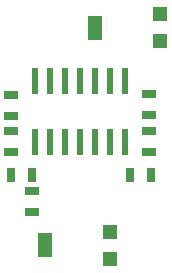
<source format=gtp>
G75*
G70*
%OFA0B0*%
%FSLAX24Y24*%
%IPPOS*%
%LPD*%
%AMOC8*
5,1,8,0,0,1.08239X$1,22.5*
%
%ADD10R,0.0472X0.0315*%
%ADD11R,0.0236X0.0866*%
%ADD12R,0.0315X0.0472*%
%ADD13R,0.0512X0.0512*%
%ADD14R,0.0512X0.0787*%
D10*
X002880Y004476D03*
X002880Y005184D03*
X002180Y006476D03*
X002180Y007184D03*
X002180Y007676D03*
X002180Y008384D03*
X006780Y008424D03*
X006780Y007716D03*
X006780Y007184D03*
X006780Y006476D03*
D11*
X005980Y006806D03*
X005480Y006806D03*
X004980Y006806D03*
X004480Y006806D03*
X003980Y006806D03*
X003480Y006806D03*
X002980Y006806D03*
X002980Y008854D03*
X003480Y008854D03*
X003980Y008854D03*
X004480Y008854D03*
X004980Y008854D03*
X005480Y008854D03*
X005980Y008854D03*
D12*
X006126Y005730D03*
X006834Y005730D03*
X002884Y005730D03*
X002176Y005730D03*
D13*
X005463Y003833D03*
X005463Y002927D03*
X007143Y010177D03*
X007143Y011083D03*
D14*
X003297Y003380D03*
X004977Y010630D03*
M02*

</source>
